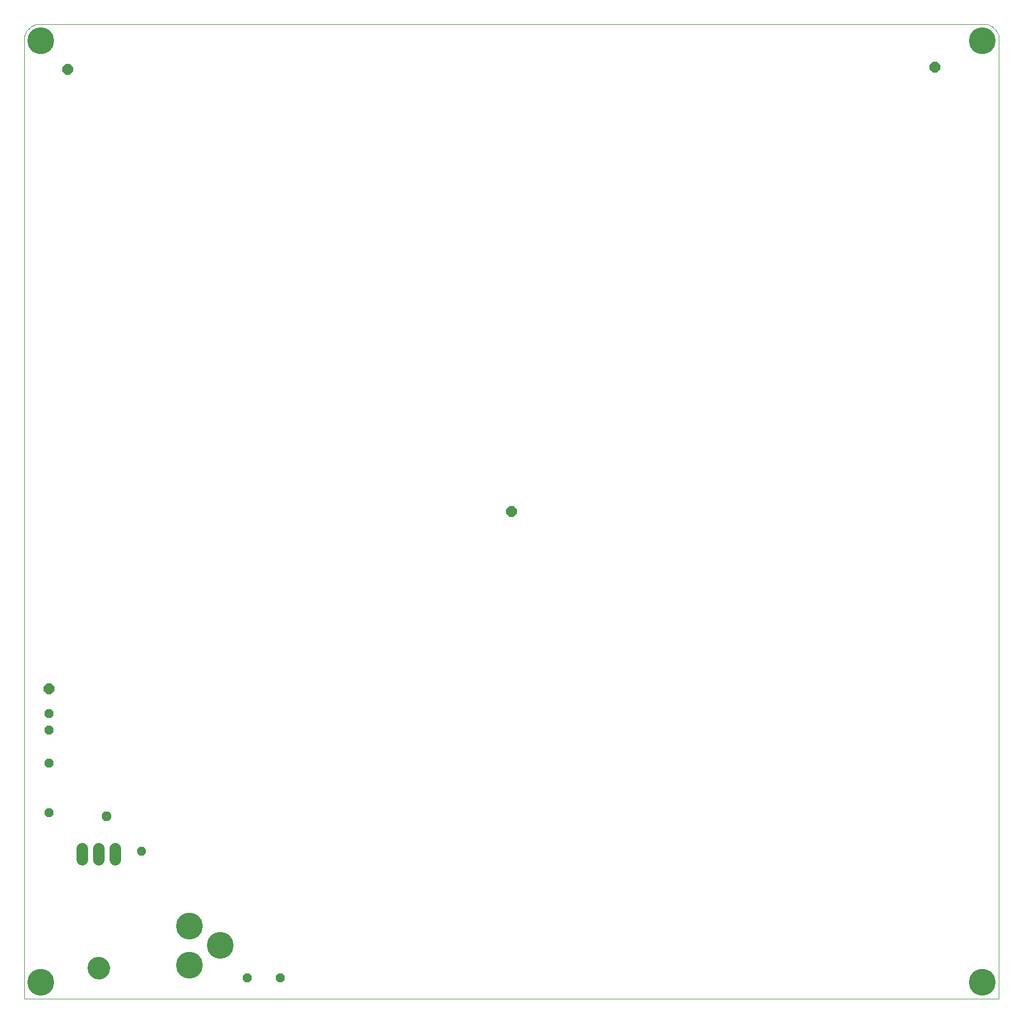
<source format=gts>
G75*
%MOIN*%
%OFA0B0*%
%FSLAX25Y25*%
%IPPOS*%
%LPD*%
%AMOC8*
5,1,8,0,0,1.08239X$1,22.5*
%
%ADD10C,0.00000*%
%ADD11OC8,0.05600*%
%ADD12C,0.07000*%
%ADD13C,0.13400*%
%ADD14OC8,0.06400*%
%ADD15C,0.16211*%
%ADD16C,0.16200*%
%ADD17C,0.01120*%
D10*
X0042595Y0015000D02*
X0042595Y0597500D01*
X0050095Y0605000D02*
X0625095Y0605000D01*
X0632595Y0597500D02*
X0632595Y0015000D01*
X0042595Y0015000D01*
X0081095Y0033500D02*
X0081097Y0033661D01*
X0081103Y0033821D01*
X0081113Y0033982D01*
X0081127Y0034142D01*
X0081145Y0034302D01*
X0081166Y0034461D01*
X0081192Y0034620D01*
X0081222Y0034778D01*
X0081255Y0034935D01*
X0081293Y0035092D01*
X0081334Y0035247D01*
X0081379Y0035401D01*
X0081428Y0035554D01*
X0081481Y0035706D01*
X0081537Y0035857D01*
X0081598Y0036006D01*
X0081661Y0036154D01*
X0081729Y0036300D01*
X0081800Y0036444D01*
X0081874Y0036586D01*
X0081952Y0036727D01*
X0082034Y0036865D01*
X0082119Y0037002D01*
X0082207Y0037136D01*
X0082299Y0037268D01*
X0082394Y0037398D01*
X0082492Y0037526D01*
X0082593Y0037651D01*
X0082697Y0037773D01*
X0082804Y0037893D01*
X0082914Y0038010D01*
X0083027Y0038125D01*
X0083143Y0038236D01*
X0083262Y0038345D01*
X0083383Y0038450D01*
X0083507Y0038553D01*
X0083633Y0038653D01*
X0083761Y0038749D01*
X0083892Y0038842D01*
X0084026Y0038932D01*
X0084161Y0039019D01*
X0084299Y0039102D01*
X0084438Y0039182D01*
X0084580Y0039258D01*
X0084723Y0039331D01*
X0084868Y0039400D01*
X0085015Y0039466D01*
X0085163Y0039528D01*
X0085313Y0039586D01*
X0085464Y0039641D01*
X0085617Y0039692D01*
X0085771Y0039739D01*
X0085926Y0039782D01*
X0086082Y0039821D01*
X0086238Y0039857D01*
X0086396Y0039888D01*
X0086554Y0039916D01*
X0086713Y0039940D01*
X0086873Y0039960D01*
X0087033Y0039976D01*
X0087193Y0039988D01*
X0087354Y0039996D01*
X0087515Y0040000D01*
X0087675Y0040000D01*
X0087836Y0039996D01*
X0087997Y0039988D01*
X0088157Y0039976D01*
X0088317Y0039960D01*
X0088477Y0039940D01*
X0088636Y0039916D01*
X0088794Y0039888D01*
X0088952Y0039857D01*
X0089108Y0039821D01*
X0089264Y0039782D01*
X0089419Y0039739D01*
X0089573Y0039692D01*
X0089726Y0039641D01*
X0089877Y0039586D01*
X0090027Y0039528D01*
X0090175Y0039466D01*
X0090322Y0039400D01*
X0090467Y0039331D01*
X0090610Y0039258D01*
X0090752Y0039182D01*
X0090891Y0039102D01*
X0091029Y0039019D01*
X0091164Y0038932D01*
X0091298Y0038842D01*
X0091429Y0038749D01*
X0091557Y0038653D01*
X0091683Y0038553D01*
X0091807Y0038450D01*
X0091928Y0038345D01*
X0092047Y0038236D01*
X0092163Y0038125D01*
X0092276Y0038010D01*
X0092386Y0037893D01*
X0092493Y0037773D01*
X0092597Y0037651D01*
X0092698Y0037526D01*
X0092796Y0037398D01*
X0092891Y0037268D01*
X0092983Y0037136D01*
X0093071Y0037002D01*
X0093156Y0036865D01*
X0093238Y0036727D01*
X0093316Y0036586D01*
X0093390Y0036444D01*
X0093461Y0036300D01*
X0093529Y0036154D01*
X0093592Y0036006D01*
X0093653Y0035857D01*
X0093709Y0035706D01*
X0093762Y0035554D01*
X0093811Y0035401D01*
X0093856Y0035247D01*
X0093897Y0035092D01*
X0093935Y0034935D01*
X0093968Y0034778D01*
X0093998Y0034620D01*
X0094024Y0034461D01*
X0094045Y0034302D01*
X0094063Y0034142D01*
X0094077Y0033982D01*
X0094087Y0033821D01*
X0094093Y0033661D01*
X0094095Y0033500D01*
X0094093Y0033339D01*
X0094087Y0033179D01*
X0094077Y0033018D01*
X0094063Y0032858D01*
X0094045Y0032698D01*
X0094024Y0032539D01*
X0093998Y0032380D01*
X0093968Y0032222D01*
X0093935Y0032065D01*
X0093897Y0031908D01*
X0093856Y0031753D01*
X0093811Y0031599D01*
X0093762Y0031446D01*
X0093709Y0031294D01*
X0093653Y0031143D01*
X0093592Y0030994D01*
X0093529Y0030846D01*
X0093461Y0030700D01*
X0093390Y0030556D01*
X0093316Y0030414D01*
X0093238Y0030273D01*
X0093156Y0030135D01*
X0093071Y0029998D01*
X0092983Y0029864D01*
X0092891Y0029732D01*
X0092796Y0029602D01*
X0092698Y0029474D01*
X0092597Y0029349D01*
X0092493Y0029227D01*
X0092386Y0029107D01*
X0092276Y0028990D01*
X0092163Y0028875D01*
X0092047Y0028764D01*
X0091928Y0028655D01*
X0091807Y0028550D01*
X0091683Y0028447D01*
X0091557Y0028347D01*
X0091429Y0028251D01*
X0091298Y0028158D01*
X0091164Y0028068D01*
X0091029Y0027981D01*
X0090891Y0027898D01*
X0090752Y0027818D01*
X0090610Y0027742D01*
X0090467Y0027669D01*
X0090322Y0027600D01*
X0090175Y0027534D01*
X0090027Y0027472D01*
X0089877Y0027414D01*
X0089726Y0027359D01*
X0089573Y0027308D01*
X0089419Y0027261D01*
X0089264Y0027218D01*
X0089108Y0027179D01*
X0088952Y0027143D01*
X0088794Y0027112D01*
X0088636Y0027084D01*
X0088477Y0027060D01*
X0088317Y0027040D01*
X0088157Y0027024D01*
X0087997Y0027012D01*
X0087836Y0027004D01*
X0087675Y0027000D01*
X0087515Y0027000D01*
X0087354Y0027004D01*
X0087193Y0027012D01*
X0087033Y0027024D01*
X0086873Y0027040D01*
X0086713Y0027060D01*
X0086554Y0027084D01*
X0086396Y0027112D01*
X0086238Y0027143D01*
X0086082Y0027179D01*
X0085926Y0027218D01*
X0085771Y0027261D01*
X0085617Y0027308D01*
X0085464Y0027359D01*
X0085313Y0027414D01*
X0085163Y0027472D01*
X0085015Y0027534D01*
X0084868Y0027600D01*
X0084723Y0027669D01*
X0084580Y0027742D01*
X0084438Y0027818D01*
X0084299Y0027898D01*
X0084161Y0027981D01*
X0084026Y0028068D01*
X0083892Y0028158D01*
X0083761Y0028251D01*
X0083633Y0028347D01*
X0083507Y0028447D01*
X0083383Y0028550D01*
X0083262Y0028655D01*
X0083143Y0028764D01*
X0083027Y0028875D01*
X0082914Y0028990D01*
X0082804Y0029107D01*
X0082697Y0029227D01*
X0082593Y0029349D01*
X0082492Y0029474D01*
X0082394Y0029602D01*
X0082299Y0029732D01*
X0082207Y0029864D01*
X0082119Y0029998D01*
X0082034Y0030135D01*
X0081952Y0030273D01*
X0081874Y0030414D01*
X0081800Y0030556D01*
X0081729Y0030700D01*
X0081661Y0030846D01*
X0081598Y0030994D01*
X0081537Y0031143D01*
X0081481Y0031294D01*
X0081428Y0031446D01*
X0081379Y0031599D01*
X0081334Y0031753D01*
X0081293Y0031908D01*
X0081255Y0032065D01*
X0081222Y0032222D01*
X0081192Y0032380D01*
X0081166Y0032539D01*
X0081145Y0032698D01*
X0081127Y0032858D01*
X0081113Y0033018D01*
X0081103Y0033179D01*
X0081097Y0033339D01*
X0081095Y0033500D01*
X0042596Y0597500D02*
X0042667Y0597749D01*
X0042743Y0597995D01*
X0042826Y0598239D01*
X0042915Y0598482D01*
X0043009Y0598722D01*
X0043110Y0598960D01*
X0043216Y0599195D01*
X0043327Y0599428D01*
X0043445Y0599658D01*
X0043567Y0599885D01*
X0043696Y0600109D01*
X0043829Y0600330D01*
X0043968Y0600547D01*
X0044112Y0600761D01*
X0044261Y0600972D01*
X0044415Y0601179D01*
X0044575Y0601382D01*
X0044739Y0601581D01*
X0044908Y0601777D01*
X0045081Y0601968D01*
X0045259Y0602154D01*
X0045442Y0602337D01*
X0045628Y0602515D01*
X0045819Y0602688D01*
X0046015Y0602857D01*
X0046214Y0603021D01*
X0046417Y0603181D01*
X0046624Y0603335D01*
X0046835Y0603484D01*
X0047049Y0603628D01*
X0047266Y0603767D01*
X0047487Y0603900D01*
X0047711Y0604029D01*
X0047938Y0604151D01*
X0048168Y0604269D01*
X0048401Y0604380D01*
X0048636Y0604486D01*
X0048874Y0604587D01*
X0049114Y0604681D01*
X0049357Y0604770D01*
X0049601Y0604853D01*
X0049847Y0604929D01*
X0050096Y0605000D01*
X0625095Y0605000D02*
X0625344Y0604929D01*
X0625590Y0604853D01*
X0625834Y0604770D01*
X0626077Y0604681D01*
X0626317Y0604587D01*
X0626555Y0604486D01*
X0626790Y0604380D01*
X0627023Y0604269D01*
X0627253Y0604151D01*
X0627480Y0604029D01*
X0627704Y0603900D01*
X0627925Y0603767D01*
X0628142Y0603628D01*
X0628356Y0603484D01*
X0628567Y0603335D01*
X0628774Y0603181D01*
X0628977Y0603021D01*
X0629176Y0602857D01*
X0629372Y0602688D01*
X0629563Y0602515D01*
X0629749Y0602337D01*
X0629932Y0602154D01*
X0630110Y0601968D01*
X0630283Y0601777D01*
X0630452Y0601581D01*
X0630616Y0601382D01*
X0630776Y0601179D01*
X0630930Y0600972D01*
X0631079Y0600761D01*
X0631223Y0600547D01*
X0631362Y0600330D01*
X0631495Y0600109D01*
X0631624Y0599885D01*
X0631746Y0599658D01*
X0631864Y0599428D01*
X0631975Y0599195D01*
X0632081Y0598960D01*
X0632182Y0598722D01*
X0632276Y0598482D01*
X0632365Y0598239D01*
X0632448Y0597995D01*
X0632524Y0597749D01*
X0632595Y0597500D01*
D11*
X0197595Y0027500D03*
X0177595Y0027500D03*
X0057595Y0127500D03*
X0057595Y0157500D03*
X0057595Y0177500D03*
X0057595Y0187500D03*
D12*
X0077595Y0105800D02*
X0077595Y0099200D01*
X0087595Y0099200D02*
X0087595Y0105800D01*
X0097595Y0105800D02*
X0097595Y0099200D01*
D13*
X0087595Y0033500D03*
D14*
X0057595Y0202500D03*
X0337595Y0310000D03*
X0593845Y0578750D03*
X0068845Y0577500D03*
D15*
X0052595Y0595000D03*
X0052595Y0025000D03*
X0622595Y0025000D03*
X0622595Y0595000D03*
D16*
X0142595Y0058937D03*
X0161099Y0047126D03*
X0142595Y0035315D03*
D17*
X0113011Y0106072D02*
X0112451Y0106632D01*
X0114307Y0106632D01*
X0115618Y0105321D01*
X0115618Y0103465D01*
X0114307Y0102154D01*
X0112451Y0102154D01*
X0111140Y0103465D01*
X0111140Y0105321D01*
X0112451Y0106632D01*
X0112799Y0105792D01*
X0113959Y0105792D01*
X0114778Y0104973D01*
X0114778Y0103813D01*
X0113959Y0102994D01*
X0112799Y0102994D01*
X0111980Y0103813D01*
X0111980Y0104973D01*
X0112799Y0105792D01*
X0113147Y0104952D01*
X0113611Y0104952D01*
X0113938Y0104625D01*
X0113938Y0104161D01*
X0113611Y0103834D01*
X0113147Y0103834D01*
X0112820Y0104161D01*
X0112820Y0104625D01*
X0113147Y0104952D01*
X0091798Y0127286D02*
X0091238Y0127846D01*
X0093094Y0127846D01*
X0094405Y0126535D01*
X0094405Y0124679D01*
X0093094Y0123368D01*
X0091238Y0123368D01*
X0089927Y0124679D01*
X0089927Y0126535D01*
X0091238Y0127846D01*
X0091586Y0127006D01*
X0092746Y0127006D01*
X0093565Y0126187D01*
X0093565Y0125027D01*
X0092746Y0124208D01*
X0091586Y0124208D01*
X0090767Y0125027D01*
X0090767Y0126187D01*
X0091586Y0127006D01*
X0091934Y0126166D01*
X0092398Y0126166D01*
X0092725Y0125839D01*
X0092725Y0125375D01*
X0092398Y0125048D01*
X0091934Y0125048D01*
X0091607Y0125375D01*
X0091607Y0125839D01*
X0091934Y0126166D01*
M02*

</source>
